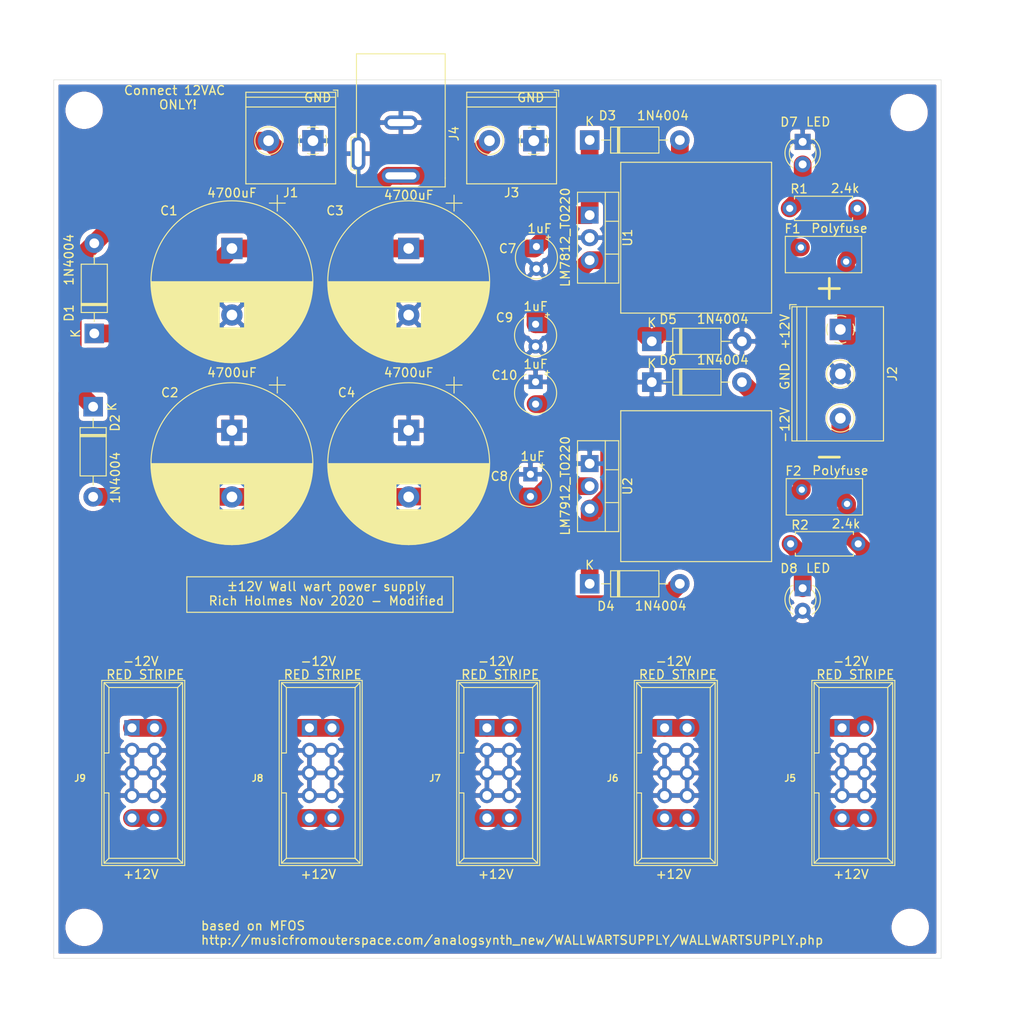
<source format=kicad_pcb>
(kicad_pcb (version 20171130) (host pcbnew "(5.1.8)-1")
  (layers (0 F.Cu signal) (31 B.Cu signal) (34 B.Paste user) (35 F.Paste user) (36 B.SilkS user) (37 F.SilkS user) (38 B.Mask user) (39 F.Mask user) (44 Edge.Cuts user))
  (net 0 "")
  (net 1 GND)
  (net 2 "Net-(C1-Pad1)")
  (net 3 "Net-(C2-Pad2)")
  (net 4 "Net-(C9-Pad1)")
  (net 5 "Net-(C10-Pad2)")
  (net 6 "Net-(D1-Pad2)")
  (net 7 "Net-(D7-Pad2)")
  (net 8 "Net-(D8-Pad1)")
  (net 9 +12V)
  (net 10 -12V)
  (module ao_tht:MountingHole_3.2mm_M3 (layer F.Cu) (at 146.52 159.504)
    (fp_text reference REF** hide)
    (fp_text value MountingHole_3.2mm_M3)
    (pad 1 np_thru_hole circle (at 0 0) (size 3.2 3.2) (drill 3.2) (layers *.Cu *.Mask))
  )
  (module ao_tht:MountingHole_3.2mm_M3 (layer F.Cu) (at 53.429 159.504)
    (fp_text reference REF** hide)
    (fp_text value MountingHole_3.2mm_M3)
    (pad 1 np_thru_hole circle (at 0 0) (size 3.2 3.2) (drill 3.2) (layers *.Cu *.Mask))
  )
  (module ao_tht:MountingHole_3.2mm_M3 (layer F.Cu) (at 53.429 67.429)
    (fp_text reference REF** hide)
    (fp_text value MountingHole_3.2mm_M3)
    (pad 1 np_thru_hole circle (at 0 0) (size 3.2 3.2) (drill 3.2) (layers *.Cu *.Mask))
  )
  (module ao_tht:MountingHole_3.2mm_M3 (layer F.Cu) (at 146.393 67.683)
    (fp_text reference REF** hide)
    (fp_text value MountingHole_3.2mm_M3)
    (pad 1 np_thru_hole circle (at 0 0) (size 3.2 3.2) (drill 3.2) (layers *.Cu *.Mask))
  )
  (module TerminalBlock_Philmore:TerminalBlock_Philmore_TB132_1x02_P5.00mm_Horizontal (layer F.Cu) (at 104.102 70.858 180)
    (fp_text reference J3 (at 2.5 -5.86) (layer F.SilkS))
    (fp_text value Conn_01x02)
    (pad 2 thru_hole circle (at 5 0 180) (size 2.4 2.4) (drill 1.2) (layers *.Cu *.Mask) (net 6 "Net-(D1-Pad2)"))
    (pad 1 thru_hole rect (at 0 0 180) (size 2.4 2.4) (drill 1.2) (layers *.Cu *.Mask) (net 1 GND))
  )
  (module Capacitor_THT:CP_Radial_D18.0mm_P7.50mm (layer F.Cu) (at 90 103.5 270)
    (fp_text reference C4 (at -4.25 7 180) (layer F.SilkS))
    (fp_text value 4700uF)
    (fp_text user %V (at -6.5 0) (layer F.SilkS))
    (pad 2 thru_hole circle (at 7.5 0 270) (size 2.4 2.4) (drill 1.2) (layers *.Cu *.Mask) (net 3 "Net-(C2-Pad2)"))
    (pad 1 thru_hole rect (at 0 0 270) (size 2.4 2.4) (drill 1.2) (layers *.Cu *.Mask) (net 1 GND))
  )
  (module Capacitor_THT:CP_Radial_D18.0mm_P7.50mm (layer F.Cu) (at 90 83 270)
    (fp_text reference C3 (at -4.25 8.3 180) (layer F.SilkS))
    (fp_text value 4700uF)
    (fp_text user %V (at -6 0) (layer F.SilkS))
    (pad 2 thru_hole circle (at 7.5 0 270) (size 2.4 2.4) (drill 1.2) (layers *.Cu *.Mask) (net 1 GND))
    (pad 1 thru_hole rect (at 0 0 270) (size 2.4 2.4) (drill 1.2) (layers *.Cu *.Mask) (net 2 "Net-(C1-Pad1)"))
  )
  (module ao_tht:Power_Header (layer F.Cu) (at 58.8175 137.025)
    (fp_text reference J9 (at -5.85 5.67) (layer F.SilkS) (effects (font (size 0.75 0.75))))
    (fp_text value Conn_02x05_Odd_Even)
    (fp_text user "RED STRIPE" (at 1.5 -6) (layer F.SilkS))
    (fp_text user -12V (at 1 -7.5) (layer F.SilkS))
    (fp_text user +12V (at 1 16.5) (layer F.SilkS))
    (pad 10 thru_hole oval (at 2.54 10.16) (size 1.7272 1.7272) (drill 1.016) (layers *.Cu *.Mask) (net 9 +12V))
    (pad 9 thru_hole oval (at 0 10.16) (size 1.7272 1.7272) (drill 1.016) (layers *.Cu *.Mask) (net 9 +12V))
    (pad 8 thru_hole oval (at 2.54 7.62) (size 1.7272 1.7272) (drill 1.016) (layers *.Cu *.Mask) (net 1 GND))
    (pad 7 thru_hole oval (at 0 7.62) (size 1.7272 1.7272) (drill 1.016) (layers *.Cu *.Mask) (net 1 GND))
    (pad 6 thru_hole oval (at 2.54 5.08) (size 1.7272 1.7272) (drill 1.016) (layers *.Cu *.Mask) (net 1 GND))
    (pad 5 thru_hole oval (at 0 5.08) (size 1.7272 1.7272) (drill 1.016) (layers *.Cu *.Mask) (net 1 GND))
    (pad 4 thru_hole oval (at 2.54 2.54) (size 1.7272 1.7272) (drill 1.016) (layers *.Cu *.Mask) (net 1 GND))
    (pad 3 thru_hole oval (at 0 2.54) (size 1.7272 1.7272) (drill 1.016) (layers *.Cu *.Mask) (net 1 GND))
    (pad 2 thru_hole oval (at 2.54 0) (size 1.7272 1.7272) (drill 1.016) (layers *.Cu *.Mask) (net 10 -12V))
    (pad 1 thru_hole rect (at 0 0) (size 1.7272 1.7272) (drill 1.016) (layers *.Cu *.Mask) (net 10 -12V))
  )
  (module TerminalBlock_Philmore:TerminalBlock_Philmore_TB133_1x03_P5.00mm_Horizontal (layer F.Cu) (at 138.646 92.1305 270)
    (fp_text reference J2 (at 5 -5.86 90) (layer F.SilkS))
    (fp_text value Conn_01x03)
    (pad 3 thru_hole circle (at 10 0 270) (size 2.4 2.4) (drill 1.2) (layers *.Cu *.Mask) (net 10 -12V))
    (pad 2 thru_hole circle (at 5 0 270) (size 2.4 2.4) (drill 1.2) (layers *.Cu *.Mask) (net 1 GND))
    (pad 1 thru_hole rect (at 0 0 270) (size 2.4 2.4) (drill 1.2) (layers *.Cu *.Mask) (net 9 +12V))
  )
  (module TerminalBlock_Philmore:TerminalBlock_Philmore_TB132_1x02_P5.00mm_Horizontal (layer F.Cu) (at 79.21 70.858 180)
    (fp_text reference J1 (at 2.5 -5.86) (layer F.SilkS))
    (fp_text value Conn_01x02)
    (pad 2 thru_hole circle (at 5 0 180) (size 2.4 2.4) (drill 1.2) (layers *.Cu *.Mask) (net 6 "Net-(D1-Pad2)"))
    (pad 1 thru_hole rect (at 0 0 180) (size 2.4 2.4) (drill 1.2) (layers *.Cu *.Mask) (net 1 GND))
  )
  (module ao_tht:Power_Header (layer F.Cu) (at 78.8175 137.025)
    (fp_text reference J8 (at -5.85 5.67) (layer F.SilkS) (effects (font (size 0.75 0.75))))
    (fp_text value Conn_02x05_Odd_Even)
    (fp_text user "RED STRIPE" (at 1.5 -6) (layer F.SilkS))
    (fp_text user -12V (at 1 -7.5) (layer F.SilkS))
    (fp_text user +12V (at 1 16.5) (layer F.SilkS))
    (pad 10 thru_hole oval (at 2.54 10.16) (size 1.7272 1.7272) (drill 1.016) (layers *.Cu *.Mask) (net 9 +12V))
    (pad 9 thru_hole oval (at 0 10.16) (size 1.7272 1.7272) (drill 1.016) (layers *.Cu *.Mask) (net 9 +12V))
    (pad 8 thru_hole oval (at 2.54 7.62) (size 1.7272 1.7272) (drill 1.016) (layers *.Cu *.Mask) (net 1 GND))
    (pad 7 thru_hole oval (at 0 7.62) (size 1.7272 1.7272) (drill 1.016) (layers *.Cu *.Mask) (net 1 GND))
    (pad 6 thru_hole oval (at 2.54 5.08) (size 1.7272 1.7272) (drill 1.016) (layers *.Cu *.Mask) (net 1 GND))
    (pad 5 thru_hole oval (at 0 5.08) (size 1.7272 1.7272) (drill 1.016) (layers *.Cu *.Mask) (net 1 GND))
    (pad 4 thru_hole oval (at 2.54 2.54) (size 1.7272 1.7272) (drill 1.016) (layers *.Cu *.Mask) (net 1 GND))
    (pad 3 thru_hole oval (at 0 2.54) (size 1.7272 1.7272) (drill 1.016) (layers *.Cu *.Mask) (net 1 GND))
    (pad 2 thru_hole oval (at 2.54 0) (size 1.7272 1.7272) (drill 1.016) (layers *.Cu *.Mask) (net 10 -12V))
    (pad 1 thru_hole rect (at 0 0) (size 1.7272 1.7272) (drill 1.016) (layers *.Cu *.Mask) (net 10 -12V))
  )
  (module ao_tht:Power_Header (layer F.Cu) (at 98.8175 137.025)
    (fp_text reference J7 (at -5.85 5.67) (layer F.SilkS) (effects (font (size 0.75 0.75))))
    (fp_text value Conn_02x05_Odd_Even)
    (fp_text user "RED STRIPE" (at 1.5 -6) (layer F.SilkS))
    (fp_text user -12V (at 1 -7.5) (layer F.SilkS))
    (fp_text user +12V (at 1 16.5) (layer F.SilkS))
    (pad 10 thru_hole oval (at 2.54 10.16) (size 1.7272 1.7272) (drill 1.016) (layers *.Cu *.Mask) (net 9 +12V))
    (pad 9 thru_hole oval (at 0 10.16) (size 1.7272 1.7272) (drill 1.016) (layers *.Cu *.Mask) (net 9 +12V))
    (pad 8 thru_hole oval (at 2.54 7.62) (size 1.7272 1.7272) (drill 1.016) (layers *.Cu *.Mask) (net 1 GND))
    (pad 7 thru_hole oval (at 0 7.62) (size 1.7272 1.7272) (drill 1.016) (layers *.Cu *.Mask) (net 1 GND))
    (pad 6 thru_hole oval (at 2.54 5.08) (size 1.7272 1.7272) (drill 1.016) (layers *.Cu *.Mask) (net 1 GND))
    (pad 5 thru_hole oval (at 0 5.08) (size 1.7272 1.7272) (drill 1.016) (layers *.Cu *.Mask) (net 1 GND))
    (pad 4 thru_hole oval (at 2.54 2.54) (size 1.7272 1.7272) (drill 1.016) (layers *.Cu *.Mask) (net 1 GND))
    (pad 3 thru_hole oval (at 0 2.54) (size 1.7272 1.7272) (drill 1.016) (layers *.Cu *.Mask) (net 1 GND))
    (pad 2 thru_hole oval (at 2.54 0) (size 1.7272 1.7272) (drill 1.016) (layers *.Cu *.Mask) (net 10 -12V))
    (pad 1 thru_hole rect (at 0 0) (size 1.7272 1.7272) (drill 1.016) (layers *.Cu *.Mask) (net 10 -12V))
  )
  (module ao_tht:Power_Header (layer F.Cu) (at 118.8365 137.025)
    (fp_text reference J6 (at -5.85 5.67) (layer F.SilkS) (effects (font (size 0.75 0.75))))
    (fp_text value Conn_02x05_Odd_Even)
    (fp_text user "RED STRIPE" (at 1.5 -6) (layer F.SilkS))
    (fp_text user -12V (at 1 -7.5) (layer F.SilkS))
    (fp_text user +12V (at 1 16.5) (layer F.SilkS))
    (pad 10 thru_hole oval (at 2.54 10.16) (size 1.7272 1.7272) (drill 1.016) (layers *.Cu *.Mask) (net 9 +12V))
    (pad 9 thru_hole oval (at 0 10.16) (size 1.7272 1.7272) (drill 1.016) (layers *.Cu *.Mask) (net 9 +12V))
    (pad 8 thru_hole oval (at 2.54 7.62) (size 1.7272 1.7272) (drill 1.016) (layers *.Cu *.Mask) (net 1 GND))
    (pad 7 thru_hole oval (at 0 7.62) (size 1.7272 1.7272) (drill 1.016) (layers *.Cu *.Mask) (net 1 GND))
    (pad 6 thru_hole oval (at 2.54 5.08) (size 1.7272 1.7272) (drill 1.016) (layers *.Cu *.Mask) (net 1 GND))
    (pad 5 thru_hole oval (at 0 5.08) (size 1.7272 1.7272) (drill 1.016) (layers *.Cu *.Mask) (net 1 GND))
    (pad 4 thru_hole oval (at 2.54 2.54) (size 1.7272 1.7272) (drill 1.016) (layers *.Cu *.Mask) (net 1 GND))
    (pad 3 thru_hole oval (at 0 2.54) (size 1.7272 1.7272) (drill 1.016) (layers *.Cu *.Mask) (net 1 GND))
    (pad 2 thru_hole oval (at 2.54 0) (size 1.7272 1.7272) (drill 1.016) (layers *.Cu *.Mask) (net 10 -12V))
    (pad 1 thru_hole rect (at 0 0) (size 1.7272 1.7272) (drill 1.016) (layers *.Cu *.Mask) (net 10 -12V))
  )
  (module ao_tht:Power_Header (layer F.Cu) (at 138.8365 137.025)
    (fp_text reference J5 (at -5.85 5.67) (layer F.SilkS) (effects (font (size 0.75 0.75))))
    (fp_text value Conn_02x05_Odd_Even)
    (fp_text user "RED STRIPE" (at 1.5 -6) (layer F.SilkS))
    (fp_text user -12V (at 1 -7.5) (layer F.SilkS))
    (fp_text user +12V (at 1 16.5) (layer F.SilkS))
    (pad 10 thru_hole oval (at 2.54 10.16) (size 1.7272 1.7272) (drill 1.016) (layers *.Cu *.Mask) (net 9 +12V))
    (pad 9 thru_hole oval (at 0 10.16) (size 1.7272 1.7272) (drill 1.016) (layers *.Cu *.Mask) (net 9 +12V))
    (pad 8 thru_hole oval (at 2.54 7.62) (size 1.7272 1.7272) (drill 1.016) (layers *.Cu *.Mask) (net 1 GND))
    (pad 7 thru_hole oval (at 0 7.62) (size 1.7272 1.7272) (drill 1.016) (layers *.Cu *.Mask) (net 1 GND))
    (pad 6 thru_hole oval (at 2.54 5.08) (size 1.7272 1.7272) (drill 1.016) (layers *.Cu *.Mask) (net 1 GND))
    (pad 5 thru_hole oval (at 0 5.08) (size 1.7272 1.7272) (drill 1.016) (layers *.Cu *.Mask) (net 1 GND))
    (pad 4 thru_hole oval (at 2.54 2.54) (size 1.7272 1.7272) (drill 1.016) (layers *.Cu *.Mask) (net 1 GND))
    (pad 3 thru_hole oval (at 0 2.54) (size 1.7272 1.7272) (drill 1.016) (layers *.Cu *.Mask) (net 1 GND))
    (pad 2 thru_hole oval (at 2.54 0) (size 1.7272 1.7272) (drill 1.016) (layers *.Cu *.Mask) (net 10 -12V))
    (pad 1 thru_hole rect (at 0 0) (size 1.7272 1.7272) (drill 1.016) (layers *.Cu *.Mask) (net 10 -12V))
  )
  (module ao_tht:Wall_wart_A-4118 (layer F.Cu) (at 89.116 68.064 270)
    (fp_text reference J4 (at 2 -6 90) (layer F.SilkS))
    (fp_text value Conn_01x03)
    (pad 1 thru_hole oval (at 4.25 4.8 270) (size 3.8 1.6) (drill oval 3 0.8) (layers *.Cu *.Mask) (net 1 GND))
    (pad 3 thru_hole oval (at 6.75 0 270) (size 1.6 4.3) (drill oval 0.8 3.5) (layers *.Cu *.Mask) (net 6 "Net-(D1-Pad2)"))
    (pad 2 thru_hole oval (at 0.75 0 270) (size 1.6 3.8) (drill oval 0.8 3) (layers *.Cu *.Mask) (net 1 GND))
  )
  (module Capacitor_THT:CP_Radial_Tantal_D4.5mm_P2.50mm (layer F.Cu) (at 104.396 82.786 270)
    (fp_text reference C7 (at 0.228856 3.25 180) (layer F.SilkS))
    (fp_text value 1uF)
    (fp_text user %V (at -2.021144 -0.35) (layer F.SilkS))
    (pad 2 thru_hole circle (at 2.5 0 270) (size 1.6 1.6) (drill 0.8) (layers *.Cu *.Mask) (net 1 GND))
    (pad 1 thru_hole rect (at 0 0 270) (size 1.6 1.6) (drill 0.8) (layers *.Cu *.Mask) (net 2 "Net-(C1-Pad1)"))
  )
  (module Capacitor_THT:CP_Radial_Tantal_D4.5mm_P2.50mm (layer F.Cu) (at 103.721 108.45 270)
    (fp_text reference C8 (at 0.228856 3.5 180) (layer F.SilkS))
    (fp_text value 1uF)
    (fp_text user %V (at -2.021144 -0.25) (layer F.SilkS))
    (pad 2 thru_hole circle (at 2.5 0 270) (size 1.6 1.6) (drill 0.8) (layers *.Cu *.Mask) (net 3 "Net-(C2-Pad2)"))
    (pad 1 thru_hole rect (at 0 0 270) (size 1.6 1.6) (drill 0.8) (layers *.Cu *.Mask) (net 1 GND))
  )
  (module Package_TO_SOT_THT:TO-220-3_Vertical (layer F.Cu) (at 110.396 107.246 270)
    (fp_text reference U2 (at 2.54 -4.27 90) (layer F.SilkS))
    (fp_text value LM7912_TO220)
    (fp_text user %V (at 2.5 2.75 270) (layer F.SilkS))
    (pad 3 thru_hole oval (at 5.08 0 270) (size 1.905 2) (drill 1.1) (layers *.Cu *.Mask) (net 5 "Net-(C10-Pad2)"))
    (pad 2 thru_hole oval (at 2.54 0 270) (size 1.905 2) (drill 1.1) (layers *.Cu *.Mask) (net 3 "Net-(C2-Pad2)"))
    (pad 1 thru_hole rect (at 0 0 270) (size 1.905 2) (drill 1.1) (layers *.Cu *.Mask) (net 1 GND))
  )
  (module Diode_THT:D_DO-41_SOD81_P10.16mm_Horizontal (layer F.Cu) (at 110.396 120.786)
    (fp_text reference D4 (at 1.83 2.53) (layer F.SilkS))
    (fp_text value 1N4004)
    (fp_text user %V (at 8 2.5) (layer F.SilkS))
    (fp_text user K (at 0 -2.1) (layer F.SilkS))
    (pad 2 thru_hole oval (at 10.16 0) (size 2.2 2.2) (drill 1.1) (layers *.Cu *.Mask) (net 3 "Net-(C2-Pad2)"))
    (pad 1 thru_hole rect (at 0 0) (size 2.2 2.2) (drill 1.1) (layers *.Cu *.Mask) (net 5 "Net-(C10-Pad2)"))
  )
  (module Capacitor_THT:CP_Radial_D18.0mm_P7.50mm (layer F.Cu) (at 70.08 83 270)
    (fp_text reference C1 (at -4.25 7.1 180) (layer F.SilkS))
    (fp_text value 4700uF)
    (fp_text user %V (at -6.25 0) (layer F.SilkS))
    (pad 2 thru_hole circle (at 7.5 0 270) (size 2.4 2.4) (drill 1.2) (layers *.Cu *.Mask) (net 1 GND))
    (pad 1 thru_hole rect (at 0 0 270) (size 2.4 2.4) (drill 1.2) (layers *.Cu *.Mask) (net 2 "Net-(C1-Pad1)"))
  )
  (module Package_TO_SOT_THT:TO-220-3_Vertical (layer F.Cu) (at 110.396 79.246 270)
    (fp_text reference U1 (at 2.54 -4.27 90) (layer F.SilkS))
    (fp_text value LM7812_TO220)
    (fp_text user %V (at 2.5 2.75 270) (layer F.SilkS))
    (pad 3 thru_hole oval (at 5.08 0 270) (size 1.905 2) (drill 1.1) (layers *.Cu *.Mask) (net 4 "Net-(C9-Pad1)"))
    (pad 2 thru_hole oval (at 2.54 0 270) (size 1.905 2) (drill 1.1) (layers *.Cu *.Mask) (net 1 GND))
    (pad 1 thru_hole rect (at 0 0 270) (size 1.905 2) (drill 1.1) (layers *.Cu *.Mask) (net 2 "Net-(C1-Pad1)"))
  )
  (module Resistor_THT:R_Axial_DIN0207_L6.3mm_D2.5mm_P7.62mm_Horizontal (layer F.Cu) (at 133.036 116.286)
    (fp_text reference R2 (at 1.06 -2.12) (layer F.SilkS))
    (fp_text value 2.4k)
    (fp_text user %V (at 6.25 -2.25) (layer F.SilkS))
    (pad 2 thru_hole oval (at 7.62 0) (size 1.6 1.6) (drill 0.8) (layers *.Cu *.Mask) (net 10 -12V))
    (pad 1 thru_hole circle (at 0 0) (size 1.6 1.6) (drill 0.8) (layers *.Cu *.Mask) (net 8 "Net-(D8-Pad1)"))
  )
  (module Resistor_THT:R_Axial_DIN0207_L6.3mm_D2.5mm_P7.62mm_Horizontal (layer F.Cu) (at 132.936 78.486)
    (fp_text reference R1 (at 1.06 -2.2) (layer F.SilkS))
    (fp_text value 2.4k)
    (fp_text user %V (at 6.25 -2.25) (layer F.SilkS))
    (pad 2 thru_hole oval (at 7.62 0) (size 1.6 1.6) (drill 0.8) (layers *.Cu *.Mask) (net 9 +12V))
    (pad 1 thru_hole circle (at 0 0) (size 1.6 1.6) (drill 0.8) (layers *.Cu *.Mask) (net 7 "Net-(D7-Pad2)"))
  )
  (module Fuse:Fuse_BelFuse_0ZRE0005FF_L8.3mm_W3.8mm (layer F.Cu) (at 139.396 111.786 180)
    (fp_text reference F2 (at 6.04 3.71) (layer F.SilkS))
    (fp_text value Polyfuse)
    (fp_text user %V (at 0.75 3.75 180) (layer F.SilkS))
    (pad 1 thru_hole circle (at 0 0 180) (size 1.27 1.27) (drill 0.71) (layers *.Cu *.Mask) (net 10 -12V))
    (pad 2 thru_hole circle (at 5.1 1.6 180) (size 1.27 1.27) (drill 0.71) (layers *.Cu *.Mask) (net 5 "Net-(C10-Pad2)"))
  )
  (module Fuse:Fuse_BelFuse_0ZRE0005FF_L8.3mm_W3.8mm (layer F.Cu) (at 139.296 84.486 180)
    (fp_text reference F1 (at 6.04 3.71) (layer F.SilkS))
    (fp_text value Polyfuse)
    (fp_text user %V (at 0.75 3.75 180) (layer F.SilkS))
    (pad 1 thru_hole circle (at 0 0 180) (size 1.27 1.27) (drill 0.71) (layers *.Cu *.Mask) (net 9 +12V))
    (pad 2 thru_hole circle (at 5.1 1.6 180) (size 1.27 1.27) (drill 0.71) (layers *.Cu *.Mask) (net 4 "Net-(C9-Pad1)"))
  )
  (module LED_THT:LED_D3.0mm (layer F.Cu) (at 134.396 121.286 270)
    (fp_text reference D8 (at -2.23 1.54 180) (layer F.SilkS))
    (fp_text value LED)
    (fp_text user %V (at -2.25 -1.75) (layer F.SilkS))
    (pad 2 thru_hole circle (at 2.54 0 270) (size 1.8 1.8) (drill 0.9) (layers *.Cu *.Mask) (net 1 GND))
    (pad 1 thru_hole rect (at 0 0 270) (size 1.8 1.8) (drill 0.9) (layers *.Cu *.Mask) (net 8 "Net-(D8-Pad1)"))
  )
  (module LED_THT:LED_D3.0mm (layer F.Cu) (at 134.396 70.986 270)
    (fp_text reference D7 (at -2.23 1.54 180) (layer F.SilkS))
    (fp_text value LED)
    (fp_text user %V (at -2.25 -1.75) (layer F.SilkS))
    (pad 2 thru_hole circle (at 2.54 0 270) (size 1.8 1.8) (drill 0.9) (layers *.Cu *.Mask) (net 7 "Net-(D7-Pad2)"))
    (pad 1 thru_hole rect (at 0 0 270) (size 1.8 1.8) (drill 0.9) (layers *.Cu *.Mask) (net 1 GND))
  )
  (module Diode_THT:D_DO-41_SOD81_P10.16mm_Horizontal (layer F.Cu) (at 117.396 98.063712)
    (fp_text reference D6 (at 1.83 -2.47) (layer F.SilkS))
    (fp_text value 1N4004)
    (fp_text user %V (at 8 -2.5) (layer F.SilkS))
    (fp_text user K (at 0 -2.1) (layer F.SilkS))
    (pad 2 thru_hole oval (at 10.16 0) (size 2.2 2.2) (drill 1.1) (layers *.Cu *.Mask) (net 5 "Net-(C10-Pad2)"))
    (pad 1 thru_hole rect (at 0 0) (size 2.2 2.2) (drill 1.1) (layers *.Cu *.Mask) (net 1 GND))
  )
  (module Diode_THT:D_DO-41_SOD81_P10.16mm_Horizontal (layer F.Cu) (at 117.396 93.466)
    (fp_text reference D5 (at 1.83 -2.47) (layer F.SilkS))
    (fp_text value 1N4004)
    (fp_text user %V (at 8 -2.5) (layer F.SilkS))
    (fp_text user K (at 0 -2.1) (layer F.SilkS))
    (pad 2 thru_hole oval (at 10.16 0) (size 2.2 2.2) (drill 1.1) (layers *.Cu *.Mask) (net 1 GND))
    (pad 1 thru_hole rect (at 0 0) (size 2.2 2.2) (drill 1.1) (layers *.Cu *.Mask) (net 4 "Net-(C9-Pad1)"))
  )
  (module Diode_THT:D_DO-41_SOD81_P10.16mm_Horizontal (layer F.Cu) (at 110.396 70.786)
    (fp_text reference D3 (at 2 -2.75) (layer F.SilkS))
    (fp_text value 1N4004)
    (fp_text user %V (at 8.25 -2.75) (layer F.SilkS))
    (fp_text user K (at 0 -2.1) (layer F.SilkS))
    (pad 2 thru_hole oval (at 10.16 0) (size 2.2 2.2) (drill 1.1) (layers *.Cu *.Mask) (net 4 "Net-(C9-Pad1)"))
    (pad 1 thru_hole rect (at 0 0) (size 2.2 2.2) (drill 1.1) (layers *.Cu *.Mask) (net 2 "Net-(C1-Pad1)"))
  )
  (module Diode_THT:D_DO-41_SOD81_P10.16mm_Horizontal (layer F.Cu) (at 54.445 100.83 270)
    (fp_text reference D2 (at 1.83 -2.47 90) (layer F.SilkS))
    (fp_text value 1N4004)
    (fp_text user %V (at 8 -2.5 90) (layer F.SilkS))
    (fp_text user K (at 0 -2.1 90) (layer F.SilkS))
    (pad 2 thru_hole oval (at 10.16 0 270) (size 2.2 2.2) (drill 1.1) (layers *.Cu *.Mask) (net 3 "Net-(C2-Pad2)"))
    (pad 1 thru_hole rect (at 0 0 270) (size 2.2 2.2) (drill 1.1) (layers *.Cu *.Mask) (net 6 "Net-(D1-Pad2)"))
  )
  (module Diode_THT:D_DO-41_SOD81_P10.16mm_Horizontal (layer F.Cu) (at 54.572 92.575 90)
    (fp_text reference D1 (at 2.3 -2.85 90) (layer F.SilkS))
    (fp_text value 1N4004)
    (fp_text user %V (at 8.3 -2.85 90) (layer F.SilkS))
    (fp_text user K (at 0 -2.1 90) (layer F.SilkS))
    (pad 2 thru_hole oval (at 10.16 0 90) (size 2.2 2.2) (drill 1.1) (layers *.Cu *.Mask) (net 6 "Net-(D1-Pad2)"))
    (pad 1 thru_hole rect (at 0 0 90) (size 2.2 2.2) (drill 1.1) (layers *.Cu *.Mask) (net 2 "Net-(C1-Pad1)"))
  )
  (module Capacitor_THT:CP_Radial_Tantal_D4.5mm_P2.50mm (layer F.Cu) (at 104.3 98.04 270)
    (fp_text reference C10 (at -0.75 3.5 180) (layer F.SilkS))
    (fp_text value 1uF)
    (fp_text user %V (at -2 0) (layer F.SilkS))
    (pad 2 thru_hole circle (at 2.5 0 270) (size 1.6 1.6) (drill 0.8) (layers *.Cu *.Mask) (net 5 "Net-(C10-Pad2)"))
    (pad 1 thru_hole rect (at 0 0 270) (size 1.6 1.6) (drill 0.8) (layers *.Cu *.Mask) (net 1 GND))
  )
  (module Capacitor_THT:CP_Radial_Tantal_D4.5mm_P2.50mm (layer F.Cu) (at 104.3 91.54 270)
    (fp_text reference C9 (at -0.75 3.5 180) (layer F.SilkS))
    (fp_text value 1uF)
    (fp_text user %V (at -2 0) (layer F.SilkS))
    (pad 2 thru_hole circle (at 2.5 0 270) (size 1.6 1.6) (drill 0.8) (layers *.Cu *.Mask) (net 1 GND))
    (pad 1 thru_hole rect (at 0 0 270) (size 1.6 1.6) (drill 0.8) (layers *.Cu *.Mask) (net 4 "Net-(C9-Pad1)"))
  )
  (module Capacitor_THT:CP_Radial_D18.0mm_P7.50mm (layer F.Cu) (at 70.08 103.5 270)
    (fp_text reference C2 (at -4.25 7 180) (layer F.SilkS))
    (fp_text value 4700uF)
    (fp_text user %V (at -6.5 0) (layer F.SilkS))
    (pad 2 thru_hole circle (at 7.5 0 270) (size 2.4 2.4) (drill 1.2) (layers *.Cu *.Mask) (net 3 "Net-(C2-Pad2)"))
    (pad 1 thru_hole rect (at 0 0 270) (size 2.4 2.4) (drill 1.2) (layers *.Cu *.Mask) (net 1 GND))
  )
  (gr_line (start 65 120) (end 65 124) (layer F.SilkS) (width 0.12))
  (gr_line (start 95 120) (end 95 124) (layer F.SilkS) (width 0.12))
  (gr_text GND (at 79.75 66) (layer F.SilkS) (effects (font (size 1 1))))
  (gr_text GND (at 103.75 66) (layer F.SilkS) (effects (font (size 1 1))))
  (gr_text - (at 137.396 106.286) (layer F.SilkS) (effects (font (size 3 3) (thickness 0.3))))
  (gr_text + (at 137.396 87.286) (layer F.SilkS) (effects (font (size 3 3) (thickness 0.3))))
  (gr_text "Connect 12VAC \nONLY!" (at 64 66) (layer F.SilkS) (effects (font (size 1 1))))
  (gr_line (start 95 124) (end 65 124) (layer F.SilkS) (width 0.12))
  (gr_line (start 65 120) (end 95 120) (layer F.SilkS) (width 0.12))
  (gr_text "±12V Wall wart power supply\nRich Holmes Nov 2020 - Modified" (at 80.732 121.909) (layer F.SilkS) (effects (font (size 1 1))))
  (gr_line (start 130.896 118.286) (end 113.896 118.286) (layer F.SilkS) (width 0.12))
  (gr_line (start 130.896 101.286) (end 130.896 118.286) (layer F.SilkS) (width 0.12))
  (gr_line (start 113.896 101.286) (end 130.896 101.286) (layer F.SilkS) (width 0.12))
  (gr_line (start 113.896 118.286) (end 113.896 109.786) (layer F.SilkS) (width 0.12))
  (gr_line (start 113.896 109.786) (end 113.896 101.286) (layer F.SilkS) (width 0.12))
  (gr_text "based on MFOS \nhttp://musicfromouterspace.com/analogsynth_new/WALLWARTSUPPLY/WALLWARTSUPPLY.php" (at 66.51 160.139) (layer F.SilkS) (effects (font (size 1 1)) (justify left)))
  (gr_text GND (at 132.396 95.786 90) (layer F.SilkS) (effects (font (size 1 1)) (justify right)))
  (gr_text -12V (at 132.396 100.786 90) (layer F.SilkS) (effects (font (size 1 1)) (justify right)))
  (gr_text +12V (at 132.396 90.286 90) (layer F.SilkS) (effects (font (size 1 1)) (justify right)))
  (gr_line (start 50 163) (end 50 64) (layer Edge.Cuts) (width 0.05))
  (gr_line (start 150 163) (end 50 163) (layer Edge.Cuts) (width 0.05))
  (gr_line (start 150 64) (end 150 163) (layer Edge.Cuts) (width 0.05))
  (gr_line (start 50 64) (end 150 64) (layer Edge.Cuts) (width 0.05))
  (gr_line (start 113.896 90.286) (end 113.896 81.786) (layer F.SilkS) (width 0.12))
  (gr_line (start 130.896 90.286) (end 113.896 90.286) (layer F.SilkS) (width 0.12))
  (gr_line (start 130.896 73.286) (end 130.896 90.286) (layer F.SilkS) (width 0.12))
  (gr_line (start 113.896 73.286) (end 130.896 73.286) (layer F.SilkS) (width 0.12))
  (gr_line (start 113.896 81.786) (end 113.896 73.286) (layer F.SilkS) (width 0.12))
  (segment (start 110.396 70.786) (end 110.396 79.246) (width 2) (layer F.Cu) (net 2))
  (segment (start 107.936 79.246) (end 110.396 79.246) (width 2) (layer F.Cu) (net 2))
  (segment (start 104.396 82.786) (end 107.936 79.246) (width 2) (layer F.Cu) (net 2))
  (segment (start 60.505 92.575) (end 70.08 83) (width 2) (layer F.Cu) (net 2))
  (segment (start 54.572 92.575) (end 60.505 92.575) (width 2) (layer F.Cu) (net 2))
  (segment (start 70.08 83) (end 90 83) (width 2) (layer F.Cu) (net 2))
  (segment (start 104.182 83) (end 104.396 82.786) (width 2) (layer F.Cu) (net 2))
  (segment (start 90 83) (end 104.182 83) (width 2) (layer F.Cu) (net 2))
  (segment (start 70.07 110.99) (end 70.08 111) (width 2) (layer F.Cu) (net 3))
  (segment (start 54.445 110.99) (end 70.07 110.99) (width 2) (layer F.Cu) (net 3))
  (segment (start 70.08 111) (end 90 111) (width 2) (layer F.Cu) (net 3))
  (segment (start 103.721 118.471002) (end 103.721 110.95) (width 2) (layer F.Cu) (net 3))
  (segment (start 108.335999 123.086001) (end 103.721 118.471002) (width 2) (layer F.Cu) (net 3))
  (segment (start 118.255999 123.086001) (end 108.335999 123.086001) (width 2) (layer F.Cu) (net 3))
  (segment (start 120.556 120.786) (end 118.255999 123.086001) (width 2) (layer F.Cu) (net 3))
  (segment (start 90.05 110.95) (end 90 111) (width 2) (layer F.Cu) (net 3))
  (segment (start 103.721 110.95) (end 90.05 110.95) (width 2) (layer F.Cu) (net 3))
  (segment (start 104.557001 110.95) (end 103.721 110.95) (width 2) (layer F.Cu) (net 3))
  (segment (start 105.721001 109.786) (end 104.557001 110.95) (width 2) (layer F.Cu) (net 3))
  (segment (start 110.396 109.786) (end 105.721001 109.786) (width 2) (layer F.Cu) (net 3))
  (segment (start 127.976 82.886) (end 117.396 93.466) (width 2) (layer F.Cu) (net 4))
  (segment (start 134.196 82.886) (end 127.976 82.886) (width 2) (layer F.Cu) (net 4))
  (segment (start 115.47 91.54) (end 104.3 91.54) (width 2) (layer F.Cu) (net 4))
  (segment (start 117.396 93.466) (end 115.47 91.54) (width 2) (layer F.Cu) (net 4))
  (segment (start 104.3 90.422) (end 110.396 84.326) (width 2) (layer F.Cu) (net 4))
  (segment (start 104.3 91.54) (end 104.3 90.422) (width 2) (layer F.Cu) (net 4))
  (segment (start 120.556 77.166) (end 120.556 70.786) (width 2) (layer F.Cu) (net 4))
  (segment (start 113.396 84.326) (end 120.556 77.166) (width 2) (layer F.Cu) (net 4))
  (segment (start 110.396 84.326) (end 113.396 84.326) (width 2) (layer F.Cu) (net 4))
  (segment (start 134.296 104.803712) (end 127.556 98.063712) (width 2) (layer F.Cu) (net 5))
  (segment (start 134.296 110.186) (end 134.296 104.803712) (width 2) (layer F.Cu) (net 5))
  (segment (start 110.415673 112.326) (end 110.405837 112.335836) (width 2) (layer F.Cu) (net 5))
  (segment (start 110.396 112.345674) (end 110.396 120.786) (width 2) (layer F.Cu) (net 5))
  (segment (start 132.156 112.326) (end 134.296 110.186) (width 2) (layer F.Cu) (net 5))
  (segment (start 110.396 112.326) (end 132.156 112.326) (width 2) (layer F.Cu) (net 5))
  (segment (start 110.967283 112.326) (end 110.396 112.326) (width 2) (layer F.Cu) (net 5))
  (segment (start 112.59601 110.697273) (end 110.967283 112.326) (width 2) (layer F.Cu) (net 5))
  (segment (start 112.59601 105.333508) (end 112.59601 110.697273) (width 2) (layer F.Cu) (net 5))
  (segment (start 107.802502 100.54) (end 112.59601 105.333508) (width 2) (layer F.Cu) (net 5))
  (segment (start 104.3 100.54) (end 107.802502 100.54) (width 2) (layer F.Cu) (net 5))
  (segment (start 95.146 74.814) (end 99.102 70.858) (width 2) (layer F.Cu) (net 6))
  (segment (start 89.116 74.814) (end 95.146 74.814) (width 2) (layer F.Cu) (net 6))
  (segment (start 66.129 70.858) (end 54.572 82.415) (width 2) (layer F.Cu) (net 6))
  (segment (start 74.21 70.858) (end 66.129 70.858) (width 2) (layer F.Cu) (net 6))
  (segment (start 52.144999 98.529999) (end 54.445 100.83) (width 2) (layer F.Cu) (net 6))
  (segment (start 52.144999 84.842001) (end 52.144999 98.529999) (width 2) (layer F.Cu) (net 6))
  (segment (start 54.572 82.415) (end 52.144999 84.842001) (width 2) (layer F.Cu) (net 6))
  (segment (start 89.116 74.814) (end 87.7 74.814) (width 2) (layer F.Cu) (net 6))
  (segment (start 87.7 74.814) (end 85.814 76.7) (width 2) (layer F.Cu) (net 6))
  (segment (start 80.052 76.7) (end 74.21 70.858) (width 2) (layer F.Cu) (net 6))
  (segment (start 85.814 76.7) (end 80.052 76.7) (width 2) (layer F.Cu) (net 6))
  (segment (start 134.396 77.026) (end 132.936 78.486) (width 2) (layer F.Cu) (net 7))
  (segment (start 134.396 73.526) (end 134.396 77.026) (width 2) (layer F.Cu) (net 7))
  (segment (start 134.396 117.646) (end 133.036 116.286) (width 2) (layer F.Cu) (net 8))
  (segment (start 134.396 121.286) (end 134.396 117.646) (width 2) (layer F.Cu) (net 8))
  (segment (start 140.556 83.126) (end 139.396 84.286) (width 2) (layer F.Cu) (net 9))
  (segment (start 140.556 78.486) (end 140.556 83.126) (width 2) (layer F.Cu) (net 9))
  (segment (start 141.3765 147.185) (end 138.8365 147.185) (width 2) (layer F.Cu) (net 9))
  (segment (start 138.8365 147.185) (end 121.3765 147.185) (width 2) (layer F.Cu) (net 9))
  (segment (start 121.3765 147.185) (end 118.8365 147.185) (width 2) (layer F.Cu) (net 9))
  (segment (start 118.8365 147.185) (end 101.3575 147.185) (width 2) (layer F.Cu) (net 9))
  (segment (start 101.3575 147.185) (end 98.8175 147.185) (width 2) (layer F.Cu) (net 9))
  (segment (start 98.8175 147.185) (end 81.3575 147.185) (width 2) (layer F.Cu) (net 9))
  (segment (start 81.3575 147.185) (end 78.8175 147.185) (width 2) (layer F.Cu) (net 9))
  (segment (start 78.8175 147.185) (end 61.3575 147.185) (width 2) (layer F.Cu) (net 9))
  (segment (start 61.3575 147.185) (end 58.8175 147.185) (width 2) (layer F.Cu) (net 9))
  (segment (start 141.3765 147.185) (end 143.345 147.185) (width 2) (layer F.Cu) (net 9))
  (segment (start 143.345 147.185) (end 144.869 145.661) (width 2) (layer F.Cu) (net 9))
  (segment (start 144.869 98.3535) (end 138.646 92.1305) (width 2) (layer F.Cu) (net 9))
  (segment (start 144.869 145.661) (end 144.869 98.3535) (width 2) (layer F.Cu) (net 9))
  (segment (start 139.296 91.4805) (end 138.646 92.1305) (width 2) (layer F.Cu) (net 9))
  (segment (start 139.296 84.486) (end 139.296 91.4805) (width 2) (layer F.Cu) (net 9))
  (segment (start 138.646 111.036) (end 139.396 111.786) (width 2) (layer F.Cu) (net 10))
  (segment (start 138.646 102.286) (end 138.646 111.036) (width 2) (layer F.Cu) (net 10))
  (segment (start 139.396 115.026) (end 140.656 116.286) (width 2) (layer F.Cu) (net 10))
  (segment (start 139.396 111.786) (end 139.396 115.026) (width 2) (layer F.Cu) (net 10))
  (segment (start 58.8175 137.025) (end 61.3575 137.025) (width 2) (layer F.Cu) (net 10))
  (segment (start 61.3575 137.025) (end 78.8175 137.025) (width 2) (layer F.Cu) (net 10))
  (segment (start 78.8175 137.025) (end 81.3575 137.025) (width 2) (layer F.Cu) (net 10))
  (segment (start 81.3575 137.025) (end 98.8175 137.025) (width 2) (layer F.Cu) (net 10))
  (segment (start 98.8175 137.025) (end 101.3575 137.025) (width 2) (layer F.Cu) (net 10))
  (segment (start 101.3575 137.025) (end 118.8365 137.025) (width 2) (layer F.Cu) (net 10))
  (segment (start 118.8365 137.025) (end 121.3765 137.025) (width 2) (layer F.Cu) (net 10))
  (segment (start 121.3765 137.025) (end 138.8365 137.025) (width 2) (layer F.Cu) (net 10))
  (segment (start 138.8365 137.025) (end 141.3765 137.025) (width 2) (layer F.Cu) (net 10))
  (segment (start 141.3765 117.0065) (end 140.656 116.286) (width 2) (layer F.Cu) (net 10))
  (segment (start 141.3765 137.025) (end 141.3765 117.0065) (width 2) (layer F.Cu) (net 10))
  (zone (net 1) (net_name GND) (layer F.Cu) (connect_pads (clearance 0.508)) (min_thickness 0.254) (fill yes (arc_segments 32) (thermal_gap 0.508) (thermal_bridge_width 0.508))
    (polygon (pts (xy 155 60) (xy 154.784 168.8385) (xy 44.784 168.8385) (xy 45 60)))
  )
  (zone (net 1) (net_name GND) (layer B.Cu) (connect_pads (clearance 0.508)) (min_thickness 0.254) (fill yes (arc_segments 32) (thermal_gap 0.508) (thermal_bridge_width 0.508))
    (polygon (pts (xy 155.292 56.888) (xy 154.911 168.013) (xy 44.911 168.013) (xy 45.292 56.888)))
  )
)
</source>
